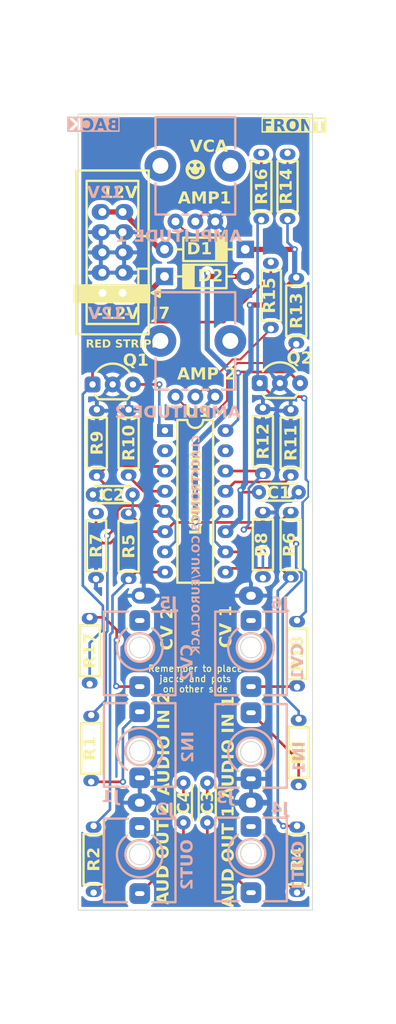
<source format=kicad_pcb>
(kicad_pcb (version 20240108) (generator "pcbnew") (generator_version "8.0")
  (layers (0 "F.Cu" signal) (31 "B.Cu" signal) (34 "B.Paste" user) (35 "F.Paste" user) (36 "B.SilkS" user "B.Silkscreen") (37 "F.SilkS" user "F.Silkscreen") (38 "B.Mask" user) (39 "F.Mask" user) (44 "Edge.Cuts" user))
  (net 0 "")
  (net 1 "Net-(D1-A)")
  (net 2 "GND")
  (net 3 "Net-(D2-K)")
  (net 4 "+12V")
  (net 5 "-12V")
  (net 8 "Net-(J5-PadT)")
  (net 10 "Net-(C3-Pad1)")
  (net 11 "Net-(R2-Pad2)")
  (net 12 "Net-(J3-PadT)")
  (net 13 "Net-(C3-Pad2)")
  (net 14 "Net-(R8-Pad2)")
  (net 15 "Net-(U1A-+)")
  (net 16 "Net-(U1C--)")
  (net 17 "Net-(R13-Pad1)")
  (net 18 "Net-(R14-Pad1)")
  (net 19 "Net-(U1C-+)")
  (net 20 "Net-(R7-Pad2)")
  (net 21 "Net-(Q1-E)")
  (net 22 "Net-(R15-Pad2)")
  (net 23 "Net-(U1A--)")
  (net 27 "Net-(J6-PadT)")
  (net 28 "Net-(Q1-C)")
  (net 29 "Net-(R4-Pad2)")
  (net 30 "Net-(Q2-E)")
  (net 31 "Net-(R16-Pad2)")
  (net 32 "Net-(Q2-C)")
  (net 33 "Net-(C4-Pad1)")
  (net 34 "Net-(C4-Pad2)")
  (net 35 "Net-(J1-PadT)")
  (footprint "BYOM_General:R_Axial_DIN0204_L3.6mm_D1.6mm_P7.62mm_Horizontal" (layer "F.Cu") (at 153 139 -90)
    (property "Reference" "R3" (at 4.191 0.1 -90) (layer "F.SilkS") (effects (font (size 1.5 1.5) (thickness 0.2) (bold yes))))
    (property "Value" "100k")
    (pad "1" thru_hole oval (at 0 0 270) (size 1.4 2) (drill 0.8 (offset 0.15 0)) (layers "*.Cu" "*.Mask") (net 15 "Net-(U1A-+)"))
    (pad "2" thru_hole oval (at 8.382 0 90) (size 1.4 2) (drill 0.8 (offset 0.15 0)) (layers "*.Cu" "*.Mask") (net 12 "Net-(J3-PadT)"))
  )
  (footprint "BYOM_General:R_Axial_DIN0204_L3.6mm_D1.6mm_P7.62mm_Horizontal" (layer "F.Cu") (at 148.5 112.9 -90)
    (property "Reference" "R8" (at 4.191 0.1 -90) (layer "F.SilkS") (effects (font (size 1.5 1.5) (thickness 0.2) (bold yes))))
    (property "Value" "22k")
    (pad "1" thru_hole oval (at 0 0 270) (size 1.4 2) (drill 0.8 (offset 0.15 0)) (layers "*.Cu" "*.Mask") (net 2 "GND"))
    (pad "2" thru_hole oval (at 8.382 0 90) (size 1.4 2) (drill 0.8 (offset 0.15 0)) (layers "*.Cu" "*.Mask") (net 14 "Net-(R8-Pad2)"))
  )
  (footprint "BYOM_General:R_Axial_DIN0204_L3.6mm_D1.6mm_P7.62mm_Horizontal" (layer "F.Cu") (at 131.6 108.5 90)
    (property "Reference" "R10" (at 4.191 0.1 90) (layer "F.SilkS") (effects (font (size 1.5 1.5) (thickness 0.2) (bold yes))))
    (property "Value" "1k")
    (pad "1" thru_hole oval (at 0 0 90) (size 1.4 2) (drill 0.8 (offset 0.15 0)) (layers "*.Cu" "*.Mask") (net 16 "Net-(U1C--)"))
    (pad "2" thru_hole oval (at 8.382 0 270) (size 1.4 2) (drill 0.8 (offset 0.15 0)) (layers "*.Cu" "*.Mask") (net 2 "GND"))
  )
  (footprint "BYOM_General:R_Axial_DIN0204_L3.6mm_D1.6mm_P7.62mm_Horizontal" (layer "F.Cu") (at 152 112.9 -90)
    (property "Reference" "R6" (at 4.191 0.1 -90) (layer "F.SilkS") (effects (font (size 1.5 1.5) (thickness 0.2) (bold yes))))
    (property "Value" "22k")
    (pad "1" thru_hole oval (at 0 0 270) (size 1.4 2) (drill 0.8 (offset 0.15 0)) (layers "*.Cu" "*.Mask") (net 5 "-12V"))
    (pad "2" thru_hole oval (at 8.382 0 90) (size 1.4 2) (drill 0.8 (offset 0.15 0)) (layers "*.Cu" "*.Mask") (net 29 "Net-(R4-Pad2)"))
  )
  (footprint "BYOM_General:TO-92_Inline_Wide" (layer "F.Cu") (at 127.06 96.964175)
    (property "Reference" "Q1" (at 5.44 -2.964175 0) (layer "F.SilkS") (effects (font (size 1.5 1.5) (thickness 0.3) (bold yes))))
    (property "Value" "2N3906")
    (pad "1" thru_hole roundrect (at 0 0) (size 2 2) (drill 0.8) (layers "*.Cu" "*.Mask") (net 21 "Net-(Q1-E)"))
    (pad "2" thru_hole circle (at 2.54 0) (size 2 2) (drill 0.8) (layers "*.Cu" "*.Mask") (net 2 "GND"))
    (pad "3" thru_hole circle (at 5.08 0) (size 2 2) (drill 0.8) (layers "*.Cu" "*.Mask") (net 28 "Net-(Q1-C)"))
  )
  (footprint "BYOM_General:R_Axial_DIN0204_L3.6mm_D1.6mm_P7.62mm_Horizontal" (layer "F.Cu") (at 148.5 108.3 90)
    (property "Reference" "R12" (at 4.191 0.1 90) (layer "F.SilkS") (effects (font (size 1.5 1.5) (thickness 0.2) (bold yes))))
    (property "Value" "1k")
    (pad "1" thru_hole oval (at 0 0 90) (size 1.4 2) (drill 0.8 (offset 0.15 0)) (layers "*.Cu" "*.Mask") (net 15 "Net-(U1A-+)"))
    (pad "2" thru_hole oval (at 8.382 0 270) (size 1.4 2) (drill 0.8 (offset 0.15 0)) (layers "*.Cu" "*.Mask") (net 2 "GND"))
  )
  (footprint "BYOM_General:C_TH_Disc_P5.00mm" (layer "F.Cu") (at 141.5 147 -90)
    (property "Reference" "C3" (at 2.5 -0.1 90) (layer "F.SilkS") (effects (font (size 1.5 1.5) (thickness 0.2) (bold yes))))
    (property "Value" "100n")
    (pad "1" thru_hole circle (at 0 0 270) (size 1.8 1.8) (drill 0.8) (layers "*.Cu" "*.Mask") (net 10 "Net-(C3-Pad1)"))
    (pad "2" thru_hole circle (at 5 0 270) (size 1.8 1.8) (drill 0.8) (layers "*.Cu" "*.Mask") (net 13 "Net-(C3-Pad2)"))
  )
  (footprint "BYOM_General:R_Axial_DIN0204_L3.6mm_D1.6mm_P7.62mm_Horizontal" (layer "F.Cu") (at 126.7 134.6 90)
    (property "Reference" "R17" (at 4.191 0.1 90) (layer "F.SilkS") (effects (font (size 1.5 1.5) (thickness 0.2) (bold yes))))
    (property "Value" "10k")
    (pad "1" thru_hole oval (at 0 0 90) (size 1.4 2) (drill 0.8 (offset 0.15 0)) (layers "*.Cu" "*.Mask") (net 21 "Net-(Q1-E)"))
    (pad "2" thru_hole oval (at 8.382 0 270) (size 1.4 2) (drill 0.8 (offset 0.15 0)) (layers "*.Cu" "*.Mask") (net 8 "Net-(J5-PadT)"))
  )
  (footprint "BYOM_General:R_Axial_DIN0204_L3.6mm_D1.6mm_P7.62mm_Horizontal" (layer "F.Cu") (at 148.3 76.3 90)
    (property "Reference" "R16" (at 4.191 0.1 90) (layer "F.SilkS") (effects (font (size 1.5 1.5) (thickness 0.2) (bold yes))))
    (property "Value" "100k")
    (pad "1" thru_hole oval (at 0 0 90) (size 1.4 2) (drill 0.8 (offset 0.15 0)) (layers "*.Cu" "*.Mask") (net 30 "Net-(Q2-E)"))
    (pad "2" thru_hole oval (at 8.382 0 270) (size 1.4 2) (drill 0.8 (offset 0.15 0)) (layers "*.Cu" "*.Mask") (net 31 "Net-(R16-Pad2)"))
  )
  (footprint "BYOM_General:R_Axial_DIN0204_L3.6mm_D1.6mm_P7.62mm_Horizontal" (layer "F.Cu") (at 149.5 81.6 -90)
    (property "Reference" "R15" (at 4.191 0.1 -90) (layer "F.SilkS") (effects (font (size 1.5 1.5) (thickness 0.2) (bold yes))))
    (property "Value" "10k")
    (pad "1" thru_hole oval (at 0 0 270) (size 1.4 2) (drill 0.8 (offset 0.15 0)) (layers "*.Cu" "*.Mask") (net 21 "Net-(Q1-E)"))
    (pad "2" thru_hole oval (at 8.382 0 90) (size 1.4 2) (drill 0.8 (offset 0.15 0)) (layers "*.Cu" "*.Mask") (net 22 "Net-(R15-Pad2)"))
  )
  (footprint "BYOM_General:TO-92_Inline_Wide" (layer "F.Cu") (at 148.1 96.8)
    (property "Reference" "Q2" (at 5 -3.064175 0) (layer "F.SilkS") (effects (font (size 1.5 1.5) (thickness 0.3) (bold yes))))
    (property "Value" "2N3906")
    (pad "1" thru_hole roundrect (at 0 0) (size 2 2) (drill 0.8) (layers "*.Cu" "*.Mask") (net 30 "Net-(Q2-E)"))
    (pad "2" thru_hole circle (at 2.54 0) (size 2 2) (drill 0.8) (layers "*.Cu" "*.Mask") (net 2 "GND"))
    (pad "3" thru_hole circle (at 5.08 0) (size 2 2) (drill 0.8) (layers "*.Cu" "*.Mask") (net 32 "Net-(Q2-C)"))
  )
  (footprint "BYOM_General:R_Axial_DIN0204_L3.6mm_D1.6mm_P7.62mm_Horizontal" (layer "F.Cu") (at 152.7 91.9 90)
    (property "Reference" "R13" (at 4.191 0.1 90) (layer "F.SilkS") (effects (font (size 1.5 1.5) (thickness 0.2) (bold yes))))
    (property "Value" "10k")
    (pad "1" thru_hole oval (at 0 0 90) (size 1.4 2) (drill 0.8 (offset 0.15 0)) (layers "*.Cu" "*.Mask") (net 17 "Net-(R13-Pad1)"))
    (pad "2" thru_hole oval (at 8.382 0 270) (size 1.4 2) (drill 0.8 (offset 0.15 0)) (layers "*.Cu" "*.Mask") (net 4 "+12V"))
  )
  (footprint "BYOM_General:R_Axial_DIN0204_L3.6mm_D1.6mm_P7.62mm_Horizontal" (layer "F.Cu") (at 127.6 108.5 90)
    (property "Reference" "R9" (at 4.191 0.1 90) (layer "F.SilkS") (effects (font (size 1.5 1.5) (thickness 0.2) (bold yes))))
    (property "Value" "1k")
    (pad "1" thru_hole oval (at 0 0 90) (size 1.4 2) (drill 0.8 (offset 0.15 0)) (layers "*.Cu" "*.Mask") (net 19 "Net-(U1C-+)"))
    (pad "2" thru_hole oval (at 8.382 0 270) (size 1.4 2) (drill 0.8 (offset 0.15 0)) (layers "*.Cu" "*.Mask") (net 2 "GND"))
  )
  (footprint "BYOM_General:C_TH_Disc_P5.00mm" (layer "F.Cu") (at 127.1 110.8)
    (property "Reference" "C2" (at 2.5 0.15 0) (layer "F.SilkS") (effects (font (size 1.5 1.5) (thickness 0.2) (bold yes))))
    (property "Value" "100n")
    (pad "1" thru_hole circle (at 0 0) (size 1.8 1.8) (drill 0.8) (layers "*.Cu" "*.Mask") (net 2 "GND"))
    (pad "2" thru_hole circle (at 5 0) (size 1.8 1.8) (drill 0.8) (layers "*.Cu" "*.Mask") (net 5 "-12V"))
  )
  (footprint "BYOM_General:DIP-16_W7.62mm_LongPads" (layer "F.Cu") (at 136.175 102.76)
    (property "Reference" "U1" (at 4.1 -2.33 0) (layer "F.SilkS") (effects (font (size 1.5 1.5) (thickness 0.2) (bold yes))))
    (property "Value" "LM13700")
    (pad "1" thru_hole rect (at 0 0) (size 2 1.6) (drill 0.8) (layers "*.Cu" "*.Mask") (net 28 "Net-(Q1-C)"))
    (pad "2" thru_hole oval (at 0 2.54) (size 2 1.6) (drill 0.8) (layers "*.Cu" "*.Mask"))
    (pad "3" thru_hole oval (at 0 5.08) (size 2 1.6) (drill 0.8) (layers "*.Cu" "*.Mask") (net 19 "Net-(U1C-+)"))
    (pad "4" thru_hole oval (at 0 7.62) (size 2 1.6) (drill 0.8) (layers "*.Cu" "*.Mask") (net 16 "Net-(U1C--)"))
    (pad "5" thru_hole oval (at 0 10.16) (size 2 1.6) (drill 0.8) (layers "*.Cu" "*.Mask") (net 20 "Net-(R7-Pad2)"))
    (pad "6" thru_hole oval (at 0 12.7) (size 2 1.6) (drill 0.8) (layers "*.Cu" "*.Mask") (net 5 "-12V"))
    (pad "7" thru_hole oval (at 0 15.24) (size 2 1.6) (drill 0.8) (layers "*.Cu" "*.Mask") (net 20 "Net-(R7-Pad2)"))
    (pad "8" thru_hole oval (at 0 17.78) (size 2 1.6) (drill 0.8) (layers "*.Cu" "*.Mask") (net 11 "Net-(R2-Pad2)"))
    (pad "9" thru_hole oval (at 7.62 17.78) (size 2 1.6) (drill 0.8) (layers "*.Cu" "*.Mask") (net 29 "Net-(R4-Pad2)"))
    (pad "10" thru_hole oval (at 7.62 15.24) (size 2 1.6) (drill 0.8) (layers "*.Cu" "*.Mask") (net 14 "Net-(R8-Pad2)"))
    (pad "11" thru_hole oval (at 7.62 12.7) (size 2 1.6) (drill 0.8) (layers "*.Cu" "*.Mask") (net 4 "+12V"))
    (pad "12" thru_hole oval (at 7.62 10.16) (size 2 1.6) (drill 0.8) (layers "*.Cu" "*.Mask") (net 14 "Net-(R8-Pad2)"))
    (pad "13" thru_hole oval (at 7.62 7.62) (size 2 1.6) (drill 0.8) (layers "*.Cu" "*.Mask") (net 23 "Net-(U1A--)"))
    (pad "14" thru_hole oval (at 7.62 5.08) (size 2 1.6) (drill 0.8) (layers "*.Cu" "*.Mask") (net 15 "Net-(U1A-+)"))
    (pad "15" thru_hole oval (at 7.62 2.54) (size 2 1.6) (drill 0.8) (layers "*.Cu" "*.Mask"))
    (pad "16" thru_hole oval (at 7.62 0) (size 2 1.6) (drill 0.8) (layers "*.Cu" "*.Mask") (net 32 "Net-(Q2-C)"))
  )
  (footprint "BYOM_General:R_Axial_DIN0204_L3.6mm_D1.6mm_P7.62mm_Horizontal" (layer "F.Cu") (at 127.2 160.8 90)
    (property "Reference" "R2" (at 4.191 0.1 90) (layer "F.SilkS") (effects (font (size 1.5 1.5) (thickness 0.2) (bold yes))))
    (property "Value" "1k")
    (pad "1" thru_hole oval (at 0 0 90) (size 1.4 2) (drill 0.8 (offset 0.15 0)) (layers "*.Cu" "*.Mask") (net 33 "Net-(C4-Pad1)"))
    (pad "2" thru_hole oval (at 8.382 0 270) (size 1.4 2) (drill 0.8 (offset 0.15 0)) (layers "*.Cu" "*.Mask") (net 11 "Net-(R2-Pad2)"))
  )
  (footprint "BYOM_General:R_Axial_DIN0204_L3.6mm_D1.6mm_P7.62mm_Horizontal" (layer "F.Cu") (at 127.5 121.4 90)
    (property "Reference" "R7" (at 4.191 0.1 90) (layer "F.SilkS") (effects (font (size 1.5 1.5) (thickness 0.2) (bold yes))))
    (property "Value" "22k")
    (pad "1" thru_hole oval (at 0 0 90) (size 1.4 2) (drill 0.8 (offset 0.15 0)) (layers "*.Cu" "*.Mask") (net 2 "GND"))
    (pad "2" thru_hole oval (at 8.382 0 270) (size 1.4 2) (drill 0.8 (offset 0.15 0)) (layers "*.Cu" "*.Mask") (net 20 "Net-(R7-Pad2)"))
  )
  (footprint "BYOM_General:C_TH_Disc_P5.00mm" (layer "F.Cu") (at 148 110.5)
    (property "Reference" "C1" (at 2.5 0.15 0) (layer "F.SilkS") (effects (font (size 1.5 1.5) (thickness 0.2) (bold yes))))
    (property "Value" "100n")
    (pad "1" thru_hole circle (at 0 0) (size 1.8 1.8) (drill 0.8) (layers "*.Cu" "*.Mask") (net 4 "+12V"))
    (pad "2" thru_hole circle (at 5 0) (size 1.8 1.8) (drill 0.8) (layers "*.Cu" "*.Mask") (net 2 "GND"))
  )
  (footprint "Clacktronics:face" (layer "F.Cu") (at 140 70)
    (property "Reference" "G***" (hide yes))
    (property "Value" "LOGO" (hide yes))
  )
  (footprint "BYOM_General:IDC-Header_2x05_P2.54mm_Vertical" (layer "F.Cu") (at 130.84 85.46 180)
    (property "Reference" "J7" (at -4.86 -2.64 180) (layer "F.SilkS") (effects (font (size 1.5 1.5) (thickness 0.2) (bold yes))))
    (property "Value" "Eurorack socket")
    (pad "1" thru_hole roundrect (at 0 0 180) (size 2.3 2) (drill 1 (offset -0.2 0)) (layers "*.Cu" "*.Mask") (roundrect_rratio 0.125) (net 3 "Net-(D2-K)"))
    (pad "2" thru_hole oval (at 2.54 0 180) (size 2.3 2) (drill 1 (offset 0.2 0)) (layers "*.Cu" "*.Mask") (net 3 "Net-(D2-K)"))
    (pad "3" thru_hole oval (at 0 2.54 180) (size 2.3 2) (drill 1 (offset -0.2 0)) (layers "*.Cu" "*.Mask") (net 2 "GND"))
    (pad "4" thru_hole oval (at 2.54 2.54 180) (size 2.3 2) (drill 1 (offset 0.2 0)) (layers "*.Cu" "*.Mask") (net 2 "GND"))
    (pad "5" thru_hole oval (at 0 5.08 180) (size 2.3 2) (drill 1 (offset -0.2 0)) (layers "*.Cu" "*.Mask") (net 2 "GND"))
    (pad "6" thru_hole oval (at 2.54 5.08 180) (size 2.3 2) (drill 1 (offset 0.2 0)) (layers "*.Cu" "*.Mask") (net 2 "GND"))
    (pad "7" thru_hole oval (at 0 7.62 180) (size 2.3 2) (drill 1 (offset -0.2 0)) (layers "*.Cu" "*.Mask") (net 2 "GND"))
    (pad "8" thru_hole oval (at 2.54 7.62 180) (size 2.3 2) (drill 1 (offset 0.2 0)) (layers "*.Cu" "*.Mask") (net 2 "GND"))
    (pad "9" thru_hole oval (at 0 10.16 180) (size 2.3 2) (drill 1 (offset -0.2 0)) (layers "*.Cu" "*.Mask") (net 1 "Net-(D1-A)"))
    (pad "10" thru_hole oval (at 2.54 10.16 180) (size 2.3 2) (drill 1 (offset 0.2 0)) (layers "*.Cu" "*.Mask") (net 1 "Net-(D1-A)"))
  )
  (footprint "BYOM_General:R_Axial_DIN0204_L3.6mm_D1.6mm_P7.62mm_Horizontal" (layer "F.Cu") (at 152.8 160.8 90)
    (property "Reference" "R4" (at 4.191 0.1 90) (layer "F.SilkS") (effects (font (size 1.5 1.5) (thickness 0.2) (bold yes))))
    (property "Value" "1k")
    (pad "1" thru_hole oval (at 0 0 90) (size 1.4 2) (drill 0.8 (offset 0.15 0)) (layers "*.Cu" "*.Mask") (net 10 "Net-(C3-Pad1)"))
    (pad "2" thru_hole oval (at 8.382 0 270) (size 1.4 2) (drill 0.8 (offset 0.15 0)) (layers "*.Cu" "*.Mask") (net 29 "Net-(R4-Pad2)"))
  )
  (footprint "BYOM_General:R_Axial_DIN0204_L3.6mm_D1.6mm_P7.62mm_Horizontal" (layer "F.Cu") (at 151.6 67.9 -90)
    (property "Reference" "R14" (at 4.191 0.1 -90) (layer "F.SilkS") (effects (font (size 1.5 1.5) (thickness 0.2) (bold yes))))
    (property "Value" "10k")
    (pad "1" thru_hole oval (at 0 0 270) (size 1.4 2) (drill 0.8 (offset 0.15 0)) (layers "*.Cu" "*.Mask") (net 18 "Net-(R14-Pad1)"))
    (pad "2" thru_hole oval (at 8.382 0 90) (size 1.4 2) (drill 0.8 (offset 0.15 0)) (layers "*.Cu" "*.Mask") (net 4 "+12V"))
  )
  (footprint "BYOM_General:R_Axial_DIN0204_L3.6mm_D1.6mm_P7.62mm_Horizontal" (layer "F.Cu") (at 131.6 113.1 -90)
    (property "Reference" "R5" (at 4.2 -0.1 -90) (layer "F.SilkS") (effects (font (size 1.5 1.5) (thickness 0.2) (bold yes))))
    (property "Value" "22k")
    (pad "1" thru_hole oval (at 0 0 270) (size 1.4 2) (drill 0.8 (offset 0.15 0)) (layers "*.Cu" "*.Mask") (net 5 "-12V"))
    (pad "2" thru_hole oval (at 8.382 0 90) (size 1.4 2) (drill 0.8 (offset 0.15 0)) (layers "*.Cu" "*.Mask") (net 11 "Net-(R2-Pad2)"))
  )
  (footprint "BYOM_General:R_Axial_DIN0204_L3.6mm_D1.6mm_P7.62mm_Horizontal" (layer "F.Cu") (at 152 108.5 90)
    (property "Reference" "R11" (at 4.191 0.1 90) (layer "F.SilkS") (effects (font (size 1.5 1.5) (thickness 0.2) (bold yes))))
    (property "Value" "1k")
    (pad "1" thru_hole oval (at 0 0 90) (size 1.4 2) (drill 0.8 (offset 0.15 0)) (layers "*.Cu" "*.Mask") (net 23 "Net-(U1A--)"))
    (pad "2" thru_hole oval (at 8.382 0 270) (size 1.4 2) (drill 0.8 (offset 0.15 0)) (layers "*.Cu" "*.Mask") (net 2 "GND"))
  )
  (footprint "BYOM_General:R_Axial_DIN0204_L3.6mm_D1.6mm_P7.62mm_Horizontal" (layer "F.Cu") (at 152.8 126.6 -90)
    (property "Reference" "R18" (at 4.2 -0.1 -90) (layer "F.SilkS") (effects (font (size 1.5 1.5) (thickness 0.2) (bold yes))))
    (property "Value" "10k")
    (pad "1" thru_hole oval (at 0 0 270) (size 1.4 2) (drill 0.8 (offset 0.15 0)) (layers "*.Cu" "*.Mask") (net 30 "Net-(Q2-E)"))
    (pad "2" thru_hole oval (at 8.382 0 90) (size 1.4 2) (drill 0.8 (offset 0.15 0)) (layers "*.Cu" "*.Mask") (net 27 "Net-(J6-PadT)"))
  )
  (footprint "BYOM_General:D_TH_DO-41_P10.16mm" (layer "F.Cu") (at 136.12 83.4)
    (property "Reference" "D2" (at 5.775 0 0) (layer "F.SilkS") (effects (font (size 1.5 1.5) (thickness 0.2) (bold yes))))
    (property "Value" "1N5817")
    (pad "1" thru_hole rect (at 0 0) (size 2.2 2.2) (drill 1.1) (layers "*.Cu" "*.Mask") (net 3 "Net-(D2-K)"))
    (pad "2" thru_hole oval (at 10.16 0) (size 2.2 2.2) (drill 1.1) (layers "*.Cu" "*.Mask") (net 5 "-12V"))
  )
  (footprint "BYOM_General:D_TH_DO-41_P10.16mm" (layer "F.Cu") (at 146.28 80 180)
    (property "Reference" "D1" (at 5.775 0 180) (layer "F.SilkS") (effects (font (size 1.5 1.5) (thickness 0.2) (bold yes))))
    (property "Value" "1N5817")
    (pad "1" thru_hole rect (at 0 0 180) (size 2.2 2.2) (drill 1.1) (layers "*.Cu" "*.Mask") (net 4 "+12V"))
    (pad "2" thru_hole oval (at 10.16 0 180) (size 2.2 2.2) (drill 1.1) (layers "*.Cu" "*.Mask") (net 1 "Net-(D1-A)"))
  )
  (footprint "BYOM_General:R_Axial_DIN0204_L3.6mm_D1.6mm_P7.62mm_Horizontal" (layer "F.Cu") (at 126.9 138.5 -90)
    (property "Reference" "R1" (at 4.191 0.1 -90) (layer "F.SilkS") (effects (font (size 1.5 1.5) (thickness 0.2) (bold yes))))
    (property "Value" "100k")
    (pad "1" thru_hole oval (at 0 0 270) (size 1.4 2) (drill 0.8 (offset 0.15 0)) (layers "*.Cu" "*.Mask") (net 19 "Net-(U1C-+)"))
    (pad "2" thru_hole oval (at 8.382 0 90) (size 1.4 2) (drill 0.8 (offset 0.15 0)) (layers "*.Cu" "*.Mask") (net 35 "Net-(J1-PadT)"))
  )
  (footprint "BYOM_General:C_TH_Disc_P5.00mm" (layer "F.Cu") (at 138.5 147 -90)
    (property "Reference" "C4" (at 2.5 -0.1 90) (layer "F.SilkS") (effects (font (size 1.5 1.5) (thickness 0.2) (bold yes))))
    (property "Value" "100n")
    (pad "1" thru_hole circle (at 0 0 270) (size 1.8 1.8) (drill 0.8) (layers "*.Cu" "*.Mask") (net 33 "Net-(C4-Pad1)"))
    (pad "2" thru_hole circle (at 5 0 270) (size 1.8 1.8) (drill 0.8) (layers "*.Cu" "*.Mask") (net 34 "Net-(C4-Pad2)"))
  )
  (footprint "BYOM_General:Jack_3.5mm_QingPu_WQP-PJ398SM_Vertical" (layer "B.Cu") (at 133 143 180)
    (property "Reference" "J1" (at 3.7 -5.8 180) (layer "B.SilkS") (effects (font (size 1.5 1.5) (thickness 0.2) (bold yes)) (justify mirror)))
    (property "Value" "AUDIO IN 2")
    (fp_circle (center 0 0) (end 1.3 0) (stroke (width 0.12)) (fill none) (layer "Edge.Cuts"))
    (pad "S" thru_hole oval (at 0 -6.5 180) (size 3.1 2.3) (drill oval 1.2 1) (layers "*.Cu" "*.Mask") (net 2 "GND"))
    (pad "T" thru_hole roundrect (at 0 4.92 180) (size 2.6 2.6) (drill oval 1.2 0.6) (layers "*.Cu" "*.Mask") (net 35 "Net-(J1-PadT)"))
    (pad "TN" thru_hole roundrect (at 0 -3.38 180) (size 2.6 2.6) (drill oval 1.2 0.6) (layers "*.Cu" "*.Mask") (net 2 "GND"))
    (zone (net 0) (net_name "") (layers "B.Cu" "B.SilkS") (connect_pads (clearance 0)) (min_thickness 0.25)
      (keepout (tracks not_allowed) (vias not_allowed) (pads not_allowed) (copperpour not_allowed) (footprints not_allowed))
      (fill (thermal_gap 0.5) (thermal_bridge_width 0.5))
      (polygon (pts (xy 131.5 143) (xy 131.520458 142.753108) (xy 131.581274 142.512951) (xy 131.680789 142.286079) (xy 131.816289 142.078681) (xy 131.984078 141.896414) (xy 132.179578 141.74425) (xy 132.397457 141.62634) (xy 132.631772 141.5459) (xy 132.876131 141.505123) (xy 133.123869 141.505123) (xy 133.368228 141.5459) (xy 133.602543 141.62634) (xy 133.820422 141.74425) (xy 134.015922 141.896414) (xy 134.183711 142.078681) (xy 134.319211 142.286079) (xy 134.418726 142.512951) (xy 134.479542 142.753108) (xy 134.5 143) (xy 134.479542 143.246892) (xy 134.418726 143.487049) (xy 134.319211 143.713921) (xy 134.183711 143.921319) (xy 134.015922 144.103586) (xy 133.820422 144.25575) (xy 133.602543 144.37366) (xy 133.368228 144.4541) (xy 133.123869 144.494877) (xy 132.876131 144.494877) (xy 132.631772 144.4541) (xy 132.397457 144.37366) (xy 132.179578 144.25575) (xy 131.984078 144.103586) (xy 131.816289 143.921319) (xy 131.680789 143.713921) (xy 131.581274 143.487049) (xy 131.520458 143.246892)))
    )
  )
  (footprint "BYOM_General:Jack_3.5mm_QingPu_WQP-PJ398SM_Vertical" (layer "B.Cu") (at 147 155.88)
    (property "Reference" "J4" (at 3.6 -5.58 0) (layer "B.SilkS") (effects (font (size 1.5 1.5) (thickness 0.2) (bold yes)) (justify mirror)))
    (property "Value" "AUDIO_OUT_1")
    (fp_circle (center 0 0) (end 1.3 0) (stroke (width 0.12)) (fill none) (layer "Edge.Cuts"))
    (pad "S" thru_hole oval (at 0 -6.5) (size 3.1 2.3) (drill oval 1.2 1) (layers "*.Cu" "*.Mask") (net 2 "GND"))
    (pad "T" thru_hole roundrect (at 0 4.92) (size 2.6 2.6) (drill oval 1.2 0.6) (layers "*.Cu" "*.Mask") (net 13 "Net-(C3-Pad2)"))
    (pad "TN" thru_hole roundrect (at 0 -3.38) (size 2.6 2.6) (drill oval 1.2 0.6) (layers "*.Cu" "*.Mask"))
    (zone (net 0) (net_name "") (layers "B.Cu" "B.SilkS") (connect_pads (clearance 0)) (min_thickness 0.25)
      (keepout (tracks not_allowed) (vias not_allowed) (pads not_allowed) (copperpour not_allowed) (footprints not_allowed))
      (fill (thermal_gap 0.5) (thermal_bridge_width 0.5))
      (polygon (pts (xy 148.5 155.88) (xy 148.479542 156.126892) (xy 148.418726 156.367049) (xy 148.319211 156.593921) (xy 148.183711 156.801319) (xy 148.015922 156.983586) (xy 147.820422 157.13575) (xy 147.602543 157.25366) (xy 147.368228 157.3341) (xy 147.123869 157.374877) (xy 146.876131 157.374877) (xy 146.631772 157.3341) (xy 146.397457 157.25366) (xy 146.179578 157.13575) (xy 145.984078 156.983586) (xy 145.816289 156.801319) (xy 145.680789 156.593921) (xy 145.581274 156.367049) (xy 145.520458 156.126892) (xy 145.5 155.88) (xy 145.520458 155.633108) (xy 145.581274 155.392951) (xy 145.680789 155.166079) (xy 145.816289 154.958681) (xy 145.984078 154.776414) (xy 146.179578 154.62425) (xy 146.397457 154.50634) (xy 146.631772 154.4259) (xy 146.876131 154.385123) (xy 147.123869 154.385123) (xy 147.368228 154.4259) (xy 147.602543 154.50634) (xy 147.820422 154.62425) (xy 148.015922 154.776414) (xy 148.183711 154.958681) (xy 148.319211 155.166079) (xy 148.418726 155.392951) (xy 148.479542 155.633108)))
    )
  )
  (footprint "BYOM_General:Jack_3.5mm_QingPu_WQP-PJ398SM_Vertical" (layer "B.Cu") (at 133 156)
    (property "Reference" "J2" (at 3.2 -5.6 0) (layer "B.SilkS") (effects (font (size 1.5 1.5) (thickness 0.2) (bold yes)) (justify mirror)))
    (property "Value" "AUDIO_OUT_2")
    (fp_circle (center 0 0) (end 1.3 0) (stroke (width 0.12)) (fill none) (layer "Edge.Cuts"))
    (pad "S" thru_hole oval (at 0 -6.5) (size 3.1 2.3) (drill oval 1.2 1) (layers "*.Cu" "*.Mask") (net 2 "GND"))
    (pad "T" thru_hole roundrect (at 0 4.92) (size 2.6 2.6) (drill oval 1.2 0.6) (layers "*.Cu" "*.Mask") (net 34 "Net-(C4-Pad2)"))
    (pad "TN" thru_hole roundrect (at 0 -3.38) (size 2.6 2.6) (drill oval 1.2 0.6) (layers "*.Cu" "*.Mask"))
    (zone (net 0) (net_name "") (layers "B.Cu" "B.SilkS") (connect_pads (clearance 0)) (min_thickness 0.25)
      (keepout (tracks not_allowed) (vias not_allowed) (pads not_allowed) (copperpour not_allowed) (footprints not_allowed))
      (fill (thermal_gap 0.5) (thermal_bridge_width 0.5))
      (polygon (pts (xy 134.5 156) (xy 134.479542 156.246892) (xy 134.418726 156.487049) (xy 134.319211 156.713921) (xy 134.183711 156.921319) (xy 134.015922 157.103586) (xy 133.820422 157.25575) (xy 133.602543 157.37366) (xy 133.368228 157.4541) (xy 133.123869 157.494877) (xy 132.876131 157.494877) (xy 132.631772 157.4541) (xy 132.397457 157.37366) (xy 132.179578 157.25575) (xy 131.984078 157.103586) (xy 131.816289 156.921319) (xy 131.680789 156.713921) (xy 131.581274 156.487049) (xy 131.520458 156.246892) (xy 131.5 156) (xy 131.520458 155.753108) (xy 131.581274 155.512951) (xy 131.680789 155.286079) (xy 131.816289 155.078681) (xy 131.984078 154.896414) (xy 132.179578 154.74425) (xy 132.397457 154.62634) (xy 132.631772 154.5459) (xy 132.876131 154.505123) (xy 133.123869 154.505123) (xy 133.368228 154.5459) (xy 133.602543 154.62634) (xy 133.820422 154.74425) (xy 134.015922 154.896414) (xy 134.183711 155.078681) (xy 134.319211 155.286079) (xy 134.418726 155.512951) (xy 134.479542 155.753108)))
    )
  )
  (footprint "BYOM_General:POT_TH_Alps_RK09K_Single_Vertical" (layer "B.Cu") (at 140 69 180)
    (property "Reference" "RV2" (hide yes))
    (property "Value" "100k")
    (pad "" thru_hole circle (at -4.4 -0.5 90) (size 4 4) (drill 2) (layers "*.Cu" "*.Mask"))
    (pad "" thru_hole circle (at 4.4 -0.5 90) (size 4 4) (drill 2) (layers "*.Cu" "*.Mask"))
    (pad "1" thru_hole circle (at 2.5 -7.5 90) (size 2 2) (drill 1) (layers "*.Cu" "*.Mask") (net 18 "Net-(R14-Pad1)"))
    (pad "2" thru_hole circle (at 0 -7.5 180) (size 2 2) (drill 1) (layers "*.Cu" "*.Mask") (net 31 "Net-(R16-Pad2)"))
    (pad "3" thru_hole circle (at -2.5 -7.5 90) (size 2 2) (drill 1) (layers "*.Cu" "*.Mask") (net 2 "GND"))
  )
  (footprint "BYOM_General:Jack_3.5mm_QingPu_WQP-PJ398SM_Vertical" (layer "B.Cu") (at 147 143.12 180)
    (property "Reference" "J3" (at 3.3 -5.78 180) (layer "B.SilkS") (effects (font (size 1.5 1.5) (thickness 0.2) (bold yes)) (justify mirror)))
    (property "Value" "AUDIO IN 1")
    (fp_circle (center 0 0) (end 1.3 0) (stroke (width 0.12)) (fill none) (layer "Edge.Cuts"))
    (pad "S" thru_hole oval (at 0 -6.5 180) (size 3.1 2.3) (drill oval 1.2 1) (layers "*.Cu" "*.Mask") (net 2 "GND"))
    (pad "T" thru_hole roundrect (at 0 4.92 180) (size 2.6 2.6) (drill oval 1.2 0.6) (layers "*.Cu" "*.Mask") (net 12 "Net-(J3-PadT)"))
    (pad "TN" thru_hole roundrect (at 0 -3.38 180) (size 2.6 2.6) (drill oval 1.2 0.6) (layers "*.Cu" "*.Mask") (net 2 "GND"))
    (zone (net 0) (net_name "") (layers "B.Cu" "B.SilkS") (connect_pads (clearance 0)) (min_thickness 0.25)
      (keepout (tracks not_allowed) (vias not_allowed) (pads not_allowed) (copperpour not_allowed) (footprints not_allowed))
      (fill (thermal_gap 0.5) (thermal_bridge_width 0.5))
      (polygon (pts (xy 145.5 143.12) (xy 145.520458 142.873108) (xy 145.581274 142.632951) (xy 145.680789 142.406079) (xy 145.816289 142.198681) (xy 145.984078 142.016414) (xy 146.179578 141.86425) (xy 146.397457 141.74634) (xy 146.631772 141.6659) (xy 146.876131 141.625123) (xy 147.123869 141.625123) (xy 147.368228 141.6659) (xy 147.602543 141.74634) (xy 147.820422 141.86425) (xy 148.015922 142.016414) (xy 148.183711 142.198681) (xy 148.319211 142.406079) (xy 148.418726 142.632951) (xy 148.479542 142.873108) (xy 148.5 143.12) (xy 148.479542 143.366892) (xy 148.418726 143.607049) (xy 148.319211 143.833921) (xy 148.183711 144.041319) (xy 148.015922 144.223586) (xy 147.820422 144.37575) (xy 147.602543 144.49366) (xy 147.368228 144.5741) (xy 147.123869 144.614877) (xy 146.876131 144.614877) (xy 146.631772 144.5741) (xy 146.397457 144.49366) (xy 146.179578 144.37575) (xy 145.984078 144.223586) (xy 145.816289 144.041319) (xy 145.680789 143.833921) (xy 145.581274 143.607049) (xy 145.520458 143.366892)))
    )
  )
  (footprint "BYOM_General:POT_TH_Alps_RK09K_Single_Vertical" (layer "B.Cu") (at 140 91 180)
    (property "Reference" "RV1" (hide yes))
    (property "Value" "100k")
    (pad "" thru_hole circle (at -4.4 -0.5 90) (size 4 4) (drill 2) (layers "*.Cu" "*.Mask"))
    (pad "" thru_hole circle (at 4.4 -0.5 90) (size 4 4) (drill 2) (layers "*.Cu" "*.Mask"))
    (pad "1" thru_hole circle (at 2.5 -7.5 90) (size 2 2) (drill 1) (layers "*.Cu" "*.Mask") (net 17 "Net-(R13-Pad1)"))
    (pad "2" thru_hole circle (at 0 -7.5 180) (size 2 2) (drill 1) (layers "*.Cu" "*.Mask") (net 22 "Net-(R15-Pad2)"))
    (pad "3" thru_hole circle (at -2.5 -7.5 90) (size 2 2) (drill 1) (layers "*.Cu" "*.Mask") (net 2 "GND"))
  )
  (footprint "BYOM_General:Jack_3.5mm_QingPu_WQP-PJ398SM_Vertical" (layer "B.Cu") (at 147 130)
    (property "Reference" "J6" (at 3.6 -5.5 0) (layer "B.SilkS") (effects (font (size 1.5 1.5) (thickness 0.2) (bold yes)) (justify mirror)))
    (property "Value" "CV 1")
    (fp_circle (center 0 0) (end 1.3 0) (stroke (width 0.12)) (fill none) (layer "Edge.Cuts"))
    (pad "S" thru_hole oval (at 0 -6.5) (size 3.1 2.3) (drill oval 1.2 1) (layers "*.Cu" "*.Mask") (net 2 "GND"))
    (pad "T" thru_hole roundrect (at 0 4.92) (size 2.6 2.6) (drill oval 1.2 0.6) (layers "*.Cu" "*.Mask") (net 27 "Net-(J6-PadT)"))
    (pad "TN" thru_hole roundrect (at 0 -3.38) (size 2.6 2.6) (drill oval 1.2 0.6) (layers "*.Cu" "*.Mask"))
    (zone (net 0) (net_name "") (layers "B.Cu" "B.SilkS") (connect_pads (clearance 0)) (min_thickness 0.25)
      (keepout (tracks not_allowed) (vias not_allowed) (pads not_allowed) (copperpour not_allowed) (footprints not_allowed))
      (fill (thermal_gap 0.5) (thermal_bridge_width 0.5))
      (polygon (pts (xy 148.5 130) (xy 148.479542 130.246892) (xy 148.418726 130.487049) (xy 148.319211 130.713921) (xy 148.183711 130.921319) (xy 148.015922 131.103586) (xy 147.820422 131.25575) (xy 147.602543 131.37366) (xy 147.368228 131.4541) (xy 147.123869 131.494877) (xy 146.876131 131.494877) (xy 146.631772 131.4541) (xy 146.397457 131.37366) (xy 146.179578 131.25575) (xy 145.984078 131.103586) (xy 145.816289 130.921319) (xy 145.680789 130.713921) (xy 145.581274 130.487049) (xy 145.520458 130.246892) (xy 145.5 130) (xy 145.520458 129.753108) (xy 145.581274 129.512951) (xy 145.680789 129.286079) (xy 145.816289 129.078681) (xy 145.984078 128.896414) (xy 146.179578 128.74425) (xy 146.397457 128.62634) (xy 146.631772 128.5459) (xy 146.876131 128.505123) (xy 147.123869 128.505123) (xy 147.368228 128.5459) (xy 147.602543 128.62634) (xy 147.820422 128.74425) (xy 148.015922 128.896414) (xy 148.183711 129.078681) (xy 148.319211 129.286079) (xy 148.418726 129.512951) (xy 148.479542 129.753108)))
    )
  )
  (footprint "BYOM_General:Jack_3.5mm_QingPu_WQP-PJ398SM_Vertical" (layer "B.Cu") (at 133 130)
    (property "Reference" "J5" (at 3.6 -5.5 0) (layer "B.SilkS") (effects (font (size 1.5 1.5) (thickness 0.2) (bold yes)) (justify mirror)))
    (property "Value" "CV 2")
    (fp_circle (center 0 0) (end 1.3 0) (stroke (width 0.12)) (fill none) (layer "Edge.Cuts"))
    (pad "S" thru_hole oval (at 0 -6.5) (size 3.1 2) (drill oval 1.2 1 (offset 0.5 0)) (layers "*.Cu" "*.Mask") (net 2 "GND"))
    (pad "T" thru_hole roundrect (at 0 4.92) (size 2.6 2.6) (drill oval 1.2 0.6) (layers "*.Cu" "*.Mask") (net 8 "Net-(J5-PadT)"))
    (pad "TN" thru_hole roundrect (at 0 -3.38) (size 2.6 2.6) (drill oval 1.2 0.6) (layers "*.Cu" "*.Mask"))
    (zone (net 0) (net_name "") (layers "B.Cu" "B.SilkS") (connect_pads (clearance 0)) (min_thickness 0.25)
      (keepout (tracks not_allowed) (vias not_allowed) (pads not_allowed) (copperpour not_allowed) (footprints not_allowed))
      (fill (thermal_gap 0.5) (thermal_bridge_width 0.5))
      (polygon (pts (xy 134.5 130) (xy 134.479542 130.246892) (xy 134.418726 130.487049) (xy 134.319211 130.713921) (xy 134.183711 130.921319) (xy 134.015922 131.103586) (xy 133.820422 131.25575) (xy 133.602543 131.37366) (xy 133.368228 131.4541) (xy 133.123869 131.494877) (xy 132.876131 131.494877) (xy 132.631772 131.4541) (xy 132.397457 131.37366) (xy 132.179578 131.25575) (xy 131.984078 131.103586) (xy 131.816289 130.921319) (xy 131.680789 130.713921) (xy 131.581274 130.487049) (xy 131.520458 130.246892) (xy 131.5 130) (xy 131.520458 129.753108) (xy 131.581274 129.512951) (xy 131.680789 129.286079) (xy 131.816289 129.078681) (xy 131.984078 128.896414) (xy 132.179578 128.74425) (xy 132.397457 128.62634) (xy 132.631772 128.5459) (xy 132.876131 128.505123) (xy 133.123869 128.505123) (xy 133.368228 128.5459) (xy 133.602543 128.62634) (xy 133.820422 128.74425) (xy 134.015922 128.896414) (xy 134.183711 129.078681) (xy 134.319211 129.286079) (xy 134.418726 129.512951) (xy 134.479542 129.753108)))
    )
  )
  (gr_rect (start 124.75 84.45) (end 134.25 86.7) (stroke (width 0.15)) (fill solid) (layer "F.SilkS"))
  (gr_line (start 154.75 163) (end 154.75 63) (stroke (width 0.1)) (layer "Edge.Cuts"))
  (gr_line (start 125.25 63) (end 125.25 163) (stroke (width 0.1)) (layer "Edge.Cuts"))
  (gr_line (start 125.25 163) (end 154.75 163) (stroke (width 0.1)) (layer "Edge.Cuts"))
  (gr_line (start 154.75 63) (end 125.25 63) (stroke (width 0.1)) (layer "Edge.Cuts"))
  (gr_text "AMPLITUDE 2" (at 145.7 101.4 0) (layer "B.SilkS") (effects (font (size 1.5 1.5) (thickness 0.15) (bold yes)) (justify left bottom mirror)))
  (gr_text "OUT1" (at 153.9 154.3 90) (layer "B.SilkS") (effects (font (size 1.5 1.5) (thickness 0.15) (bold yes)) (justify left bottom mirror)))
  (gr_text "-12V\n" (at 131.9 89 0) (layer "B.SilkS") (effects (font (size 1.5 1.5)) (justify left bottom mirror)))
  (gr_text "IN2" (at 140 140.5 90) (layer "B.SilkS") (effects (font (size 1.5 1.5) (thickness 0.15) (bold yes)) (justify left bottom mirror)))
  (gr_text "AMPLITUDE 1" (at 145.9 79.3 0) (layer "B.SilkS") (effects (font (size 1.5 1.5) (thickness 0.15) (bold yes)) (justify left bottom mirror)))
  (gr_text "OUT2" (at 139.9 154.1 90) (layer "B.SilkS") (effects (font (size 1.5 1.5) (thickness 0.15) (bold yes)) (justify left bottom mirror)))
  (gr_text "CV1" (at 153.8 129.5 90) (layer "B.SilkS") (effects (font (size 1.5 1.5) (thickness 0.15) (bold yes)) (justify left bottom mirror)))
  (gr_text "BACK" (at 130.5 65.3 0) (layer "B.SilkS" knockout) (effects (font (size 1.5 1.5) (thickness 0.2) (bold yes)) (justify left bottom mirror)))
  (gr_text "IN1" (at 154 141.8 90) (layer "B.SilkS") (effects (font (size 1.5 1.5) (thickness 0.15) (bold yes)) (justify left bottom mirror)))
  (gr_text "CV2" (at 139.9 129.6 90) (layer "B.SilkS") (effects (font (size 1.5 1.5) (thickness 0.15) (bold yes)) (justify left bottom mirror)))
  (gr_text "12V" (at 130.9 73.8 0) (layer "B.SilkS") (effects (font (size 1.5 1.5)) (justify left bottom mirror)))
  (gr_text "CLACKTRONICS.CO.UK/EUROCLACK" (at 140.7 103.3 90) (layer "B.SilkS") (effects (font (size 1 1)) (justify left bottom mirror)))
  (gr_text "12V" (at 128.2 73.8 0) (layer "F.SilkS") (effects (font (size 1.5 1.5)) (justify left bottom)))
  (gr_text "AUDIO IN 1" (at 144.2 142.6 90) (layer "F.SilkS") (effects (font (size 1.5 1.5) (thickness 0.15) (bold yes))))
  (gr_text "FRONT" (at 148.3 65.4 0) (layer "F.SilkS" knockout) (effects (font (size 1.5 1.5) (thickness 0.2) (bold yes)) (justify left bottom)))
  (gr_text "-12V\n" (at 127.5 89 0) (layer "F.SilkS") (effects (font (size 1.5 1.5)) (justify left bottom)))
  (gr_text "AUDIO IN 2" (at 136.1 142.1 90) (layer "F.SilkS") (effects (font (size 1.5 1.5) (thickness 0.15) (bold yes))))
  (gr_text "RED STRIPE" (at 126.2 92.5 0) (layer "F.SilkS") (effects (font (size 1 1)) (justify left bottom)))
  (gr_text "Remember to place\njacks and pots\non other side" (at 140 135.7 0) (layer "F.SilkS") (effects (font (size 0.8 0.8)) (justify bottom)))
  (gr_text "AMP1" (at 137.8 74.5 0) (layer "F.SilkS") (effects (font (size 1.5 1.5) (thickness 0.15) (bold yes)) (justify left bottom)))
  (gr_text "AUD OUT 2" (at 136 155.9 90) (layer "F.SilkS") (effects (font (size 1.5 1.5) (thickness 0.15) (bold yes))))
  (gr_text "AMP 2" (at 137.7 96.6 0) (layer "F.SilkS") (effects (font (size 1.5 1.5) (thickness 0.15) (bold yes)) (justify left bottom)))
  (gr_text "CV 1\n" (at 143.9 127.4 90) (layer "F.SilkS") (effects (font (size 1.5 1.5) (thickness 0.15) (bold yes))))
  (gr_text "LM13700" (at 141 115.9 90) (layer "F.SilkS") (effects (font (size 1.5 1.5) (thickness 0.15) (bold yes)) (justify left bottom)))
  (gr_text "AUD OUT 1" (at 144.2 156.3 90) (layer "F.SilkS") (effects (font (size 1.5 1.5) (thickness 0.15) (bold yes))))
  (gr_text "VCA" (at 139.3 68 0) (layer "F.SilkS") (effects (font (size 1.5 1.5) (thickness 0.3) (bold yes)) (justify left bottom)))
  (gr_text "CV 2" (at 136.5 127.7 90) (layer "F.SilkS") (effects (font (size 1.5 1.5) (thickness 0.15) (bold yes))))
  (segment (start 130.84 75.3) (end 135.54 80) (width 0.66) (layer "F.Cu") (net 1))
  (segment (start 128.3 75.3) (end 130.84 75.3) (width 0.66) (layer "F.Cu") (net 1))
  (segment (start 130.84 85.46) (end 134.06 85.46) (width 0.66) (layer "F.Cu") (net 3))
  (segment (start 128.3 85.46) (end 130.84 85.46) (width 0.66) (layer "F.Cu") (net 3))
  (segment (start 134.06 85.46) (end 136.12 83.4) (width 0.66) (layer "F.Cu") (net 3))
  (segment (start 152.7 83.518) (end 149.22887 86.98913) (width 0.66) (layer "F.Cu") (net 4))
  (segment (start 145.935 110.5) (end 145.685 110.25) (width 0.33) (layer "F.Cu") (net 4))
  (segment (start 149.22887 86.98913) (end 146.863455 86.98913) (width 0.66) (layer "F.Cu") (net 4))
  (segment (start 146.28 80) (end 152.5 80) (width 0.66) (layer "F.Cu") (net 4))
  (segment (start 148 110.5) (end 145.935 110.5) (width 0.33) (layer "F.Cu") (net 4))
  (via (at 152.5 80) (size 0.8) (drill 0.4) (layers "F.Cu" "B.Cu") (net 4))
  (via (at 146.863455 86.98913) (size 0.8) (drill 0.4) (layers "F.Cu" "B.Cu") (net 4))
  (via (at 145.685 110.25) (size 0.8) (drill 0.4) (layers "F.Cu" "B.Cu") (net 4))
  (segment (start 152.5 80) (end 152.5 83.318) (width 0.66) (layer "B.Cu") (net 4))
  (segment (start 151.6 76.282) (end 151.6 79.1) (width 0.33) (layer "B.Cu") (net 4))
  (segment (start 146.863455 86.98913) (end 147 87.125675) (width 0.66) (layer "B.Cu") (net 4))
  (segment (start 146.04 109.895) (end 145.685 110.25) (width 0.66) (layer "B.Cu") (net 4))
  (segment (start 147 87.125675) (end 147 95.109226) (width 0.66) (layer "B.Cu") (net 4))
  (segment (start 151.6 79.1) (end 152.5 80) (width 0.33) (layer "B.Cu") (net 4))
  (segment (start 146.3 109.428141) (end 146.04 109.688141) (width 0.66) (layer "B.Cu") (net 4))
  (segment (start 143.995 115.46) (end 145.685 113.77) (width 0.66) (layer "B.Cu") (net 4))
  (segment (start 146.3 95.809226) (end 146.3 109.428141) (width 0.66) (layer "B.Cu") (net 4))
  (segment (start 147 95.109226) (end 146.3 95.809226) (width 0.66) (layer "B.Cu") (net 4))
  (segment (start 146.04 109.688141) (end 146.04 109.895) (width 0.66) (layer "B.Cu") (net 4))
  (segment (start 145.685 113.77) (end 145.685 110.25) (width 0.66) (layer "B.Cu") (net 4))
  (segment (start 131.6 113.1) (end 133.96 115.46) (width 0.33) (layer "F.Cu") (net 5))
  (segment (start 137.34 114.295) (end 136.175 115.46) (width 0.33) (layer "F.Cu") (net 5))
  (segment (start 150.605 114.295) (end 137.34 114.295) (width 0.33) (layer "F.Cu") (net 5))
  (segment (start 141.9 83.4) (end 141.5 83) (width 0.66) (layer "F.Cu") (net 5))
  (segment (start 133.96 115.46) (end 136.175 115.46) (width 0.33) (layer "F.Cu") (net 5))
  (segment (start 152 112.9) (end 150.605 114.295) (width 0.33) (layer "F.Cu") (net 5))
  (segment (start 146.28 83.4) (end 141.9 83.4) (width 0.66) (layer "F.Cu") (net 5))
  (via (at 140 114.295) (size 0.8) (drill 0.4) (layers "F.Cu" "B.Cu") (net 5))
  (via (at 141.5 83) (size 0.8) (drill 0.4) (layers "F.Cu" "B.Cu") (net 5))
  (segment (start 144.4 95.4) (end 144.4 100.074096) (width 0.66) (layer "B.Cu") (net 5))
  (segment (start 132.1 110.8) (end 132.1 112.6) (width 0.33) (layer "B.Cu") (net 5))
  (segment (start 141.5 92.5) (end 144.4 95.4) (width 0.66) (layer "B.Cu") (net 5))
  (segment (start 144.4 100.074096) (end 140 104.474096) (width 0.66) (layer "B.Cu") (net 5))
  (segment (start 132.1 112.6) (end 131.6 113.1) (width 0.33) (layer "B.Cu") (net 5))
  (segment (start 140 104.474096) (end 140 114.295) (width 0.66) (layer "B.Cu") (net 5))
  (segment (start 141.5 83) (end 141.5 92.5) (width 0.66) (layer "B.Cu") (net 5))
  (segment (start 130.102168 134.92) (end 130.045 134.862832) (width 0.33) (layer "F.Cu") (net 8))
  (segment (start 126.7 126.218) (end 128.518 126.218) (width 0.33) (layer "F.Cu") (net 8))
  (segment (start 128.518 126.218) (end 130.1 127.8) (width 0.33) (layer "F.Cu") (net 8))
  (segment (start 133 134.92) (end 130.102168 134.92) (width 0.33) (layer "F.Cu") (net 8))
  (segment (start 130.1 127.8) (end 130.1 129.1) (width 0.33) (layer "F.Cu") (net 8))
  (via (at 130.1 129.1) (size 0.8) (drill 0.4) (layers "F.Cu" "B.Cu") (net 8))
  (via (at 130.045 134.862832) (size 0.8) (drill 0.4) (layers "F.Cu" "B.Cu") (net 8))
  (segment (start 130.045 134.862832) (end 129.9 134.717832) (width 0.33) (layer "B.Cu") (net 8))
  (segment (start 129.9 134.717832) (end 129.9 129.3) (width 0.33) (layer "B.Cu") (net 8))
  (segment (start 129.9 129.3) (end 130.1 129.1) (width 0.33) (layer "B.Cu") (net 8))
  (segment (start 144.5 152.735428) (end 144.5 156.75) (width 0.33) (layer "F.Cu") (net 10))
  (segment (start 146.5 158.75) (end 150.75 158.75) (width 0.33) (layer "F.Cu") (net 10))
  (segment (start 141.5 147) (end 141.5 149.735428) (width 0.33) (layer "F.Cu") (net 10))
  (segment (start 144.5 156.75) (end 146.5 158.75) (width 0.33) (layer "F.Cu") (net 10))
  (segment (start 141.5 149.735428) (end 144.5 152.735428) (width 0.33) (layer "F.Cu") (net 10))
  (segment (start 150.75 158.75) (end 152.8 160.8) (width 0.33) (layer "F.Cu") (net 10))
  (segment (start 132.542 120.54) (end 136.175 120.54) (width 0.33) (layer "F.Cu") (net 11))
  (segment (start 131.6 121.482) (end 132.542 120.54) (width 0.33) (layer "F.Cu") (net 11))
  (segment (start 129.26 150.358) (end 129.26 128.387415) (width 0.33) (layer "B.Cu") (net 11))
  (segment (start 127.2 152.418) (end 129.26 150.358) (width 0.33) (layer "B.Cu") (net 11))
  (segment (start 129.26 128.387415) (end 129.57 128.077415) (width 0.33) (layer "B.Cu") (net 11))
  (segment (start 129.57 128.077415) (end 129.57 123.512) (width 0.33) (layer "B.Cu") (net 11))
  (segment (start 129.57 123.512) (end 131.6 121.482) (width 0.33) (layer "B.Cu") (net 11))
  (segment (start 153 147.382) (end 153 144.2) (width 0.33) (layer "F.Cu") (net 12))
  (segment (start 153 144.2) (end 147 138.2) (width 0.33) (layer "F.Cu") (net 12))
  (segment (start 141.5 155.3) (end 147 160.8) (width 0.33) (layer "F.Cu") (net 13))
  (segment (start 141.5 152) (end 141.5 155.3) (width 0.33) (layer "F.Cu") (net 13))
  (segment (start 148.5 118) (end 143.795 118) (width 0.33) (layer "F.Cu") (net 14))
  (via (at 148.5 118) (size 0.8) (drill 0.4) (layers "F.Cu" "B.Cu") (net 14))
  (segment (start 143.795 112.92) (end 142.43 114.285) (width 0.33) (layer "B.Cu") (net 14))
  (segment (start 148.5 121.282) (end 148.5 118) (width 0.33) (layer "B.Cu") (net 14))
  (segment (start 142.43 114.285) (end 142.43 116.635) (width 0.33) (layer "B.Cu") (net 14))
  (segment (start 142.43 116.635) (end 143.795 118) (width 0.33) (layer "B.Cu") (net 14))
  (segment (start 152.685 117) (end 150.685 115) (width 0.33) (layer "F.Cu") (net 15))
  (segment (start 143.795 107.84) (end 148.04 107.84) (width 0.33) (layer "F.Cu") (net 15))
  (segment (start 146.3 115) (end 146.1 115.2) (width 0.33) (layer "F.Cu") (net 15))
  (segment (start 150.685 115) (end 146.3 115) (width 0.33) (layer "F.Cu") (net 15))
  (via (at 146.1 115.2) (size 0.8) (drill 0.4) (layers "F.Cu" "B.Cu") (net 15))
  (via (at 152.685 117) (size 0.8) (drill 0.4) (layers "F.Cu" "B.Cu") (net 15))
  (segment (start 151 136) (end 151 123.938137) (width 0.33) (layer "B.Cu") (net 15))
  (segment (start 151 123.938137) (end 153.365 121.573137) (width 0.33) (layer "B.Cu") (net 15))
  (segment (start 153 139) (end 153 138) (width 0.33) (layer "B.Cu") (net 15))
  (segment (start 153 138) (end 151 136) (width 0.33) (layer "B.Cu") (net 15))
  (segment (start 153.365 121.573137) (end 153.365 120.690863) (width 0.33) (layer "B.Cu") (net 15))
  (segment (start 146.735 114.565) (end 146.1 115.2) (width 0.33) (layer "B.Cu") (net 15))
  (segment (start 153.365 120.690863) (end 152.685 120.010863) (width 0.33) (layer "B.Cu") (net 15))
  (segment (start 152.685 120.010863) (end 152.685 117) (width 0.33) (layer "B.Cu") (net 15))
  (segment (start 148.411019 108.3) (end 146.735 109.976019) (width 0.33) (layer "B.Cu") (net 15))
  (segment (start 146.735 109.976019) (end 146.735 114.565) (width 0.33) (layer "B.Cu") (net 15))
  (segment (start 131.6 108.5) (end 133.48 110.38) (width 0.33) (layer "F.Cu") (net 16))
  (segment (start 133.48 110.38) (end 136.175 110.38) (width 0.33) (layer "F.Cu") (net 16))
  (segment (start 144 99) (end 142.8 100.2) (width 0.25) (layer "F.Cu") (net 17))
  (segment (start 142.8 100.2) (end 139.2 100.2) (width 0.25) (layer "F.Cu") (net 17))
  (segment (start 144 95.585787) (end 144 99) (width 0.25) (layer "F.Cu") (net 17))
  (segment (start 150.325 94.275) (end 145.310787 94.275) (width 0.25) (layer "F.Cu") (net 17))
  (segment (start 139.2 100.2) (end 137.5 98.5) (width 0.25) (layer "F.Cu") (net 17))
  (segment (start 152.7 91.9) (end 150.325 94.275) (width 0.25) (layer "F.Cu") (net 17))
  (segment (start 145.310787 94.275) (end 144 95.585787) (width 0.25) (layer "F.Cu") (net 17))
  (segment (start 151.6 67.9) (end 151.6 70) (width 0.25) (layer "F.Cu") (net 18))
  (segment (start 151.6 70) (end 143.2 78.4) (width 0.25) (layer "F.Cu") (net 18))
  (segment (start 139.4 78.4) (end 137.5 76.5) (width 0.25) (layer "F.Cu") (net 18))
  (segment (start 143.2 78.4) (end 139.4 78.4) (width 0.25) (layer "F.Cu") (net 18))
  (segment (start 129.530004 110.430004) (end 129.530004 115.393407) (width 0.33) (layer "F.Cu") (net 19))
  (segment (start 127.6 108.5) (end 129.530004 110.430004) (width 0.33) (layer "F.Cu") (net 19))
  (segment (start 136.175 107.84) (end 135.602 107.267) (width 0.33) (layer "F.Cu") (net 19))
  (segment (start 135.602 107.267) (end 128.833 107.267) (width 0.33) (layer "F.Cu") (net 19))
  (segment (start 128.833 107.267) (end 127.6 108.5) (width 0.33) (layer "F.Cu") (net 19))
  (segment (start 129.530004 115.393407) (end 128.928842 115.994569) (width 0.33) (layer "F.Cu") (net 19))
  (via (at 128.928842 115.994569) (size 0.8) (drill 0.4) (layers "F.Cu" "B.Cu") (net 19))
  (segment (start 128.73 136.67) (end 128.73 128.167882) (width 0.33) (layer "B.Cu") (net 19))
  (segment (start 128.928842 127.96904) (end 128.928842 115.994569) (width 0.33) (layer "B.Cu") (net 19))
  (segment (start 128.73 128.167882) (end 128.928842 127.96904) (width 0.33) (layer "B.Cu") (net 19))
  (segment (start 126.9 138.5) (end 128.73 136.67) (width 0.33) (layer "B.Cu") (net 19))
  (segment (start 130.858863 112.185) (end 135.44 112.185) (width 0.33) (layer "F.Cu") (net 20))
  (segment (start 127.5 116.062585) (end 128.337415 116.9) (width 0.33) (layer "F.Cu") (net 20))
  (segment (start 135.44 112.185) (end 136.175 112.92) (width 0.33) (layer "F.Cu") (net 20))
  (segment (start 129.3 116.9) (end 130.179291 116.020709) (width 0.33) (layer "F.Cu") (net 20))
  (segment (start 130.179291 116.020709) (end 130.179291 112.864572) (width 0.33) (layer "F.Cu") (net 20))
  (segment (start 130.179291 112.864572) (end 130.858863 112.185) (width 0.33) (layer "F.Cu") (net 20))
  (segment (start 128.337415 116.9) (end 129.3 116.9) (width 0.33) (layer "F.Cu") (net 20))
  (segment (start 127.5 113.018) (end 127.5 116.062585) (width 0.33) (layer "F.Cu") (net 20))
  (segment (start 137.54 114.285) (end 137.54 116.635) (width 0.33) (layer "B.Cu") (net 20))
  (segment (start 136.175 112.92) (end 137.54 114.285) (width 0.33) (layer "B.Cu") (net 20))
  (segment (start 137.54 116.635) (end 136.175 118) (width 0.33) (layer "B.Cu") (net 20))
  (segment (start 149.5 83.2) (end 143.565 89.135) (width 0.33) (layer "F.Cu") (net 21))
  (segment (start 149.5 81.6) (end 149.5 83.2) (width 0.33) (layer "F.Cu") (net 21))
  (segment (start 143.565 89.135) (end 129.865 89.135) (width 0.33) (layer "F.Cu") (net 21))
  (segment (start 127.06 91.94) (end 127.06 96.964175) (width 0.33) (layer "F.Cu") (net 21))
  (segment (start 129.865 89.135) (end 127.06 91.94) (width 0.33) (layer "F.Cu") (net 21))
  (segment (start 125.835 122.235) (end 125.835 98.189175) (width 0.33) (layer "B.Cu") (net 21))
  (segment (start 128.36 127.788348) (end 128.36 124.76) (width 0.33) (layer "B.Cu") (net 21))
  (segment (start 126.7 129.448348) (end 128.36 127.788348) (width 0.33) (layer "B.Cu") (net 21))
  (segment (start 126.7 134.6) (end 126.7 129.448348) (width 0.33) (layer "B.Cu") (net 21))
  (segment (start 128.36 124.76) (end 125.835 122.235) (width 0.33) (layer "B.Cu") (net 21))
  (segment (start 125.835 98.189175) (end 127.06 96.964175) (width 0.33) (layer "B.Cu") (net 21))
  (segment (start 144.675 93.825) (end 140 98.5) (width 0.25) (layer "F.Cu") (net 22))
  (segment (start 145.657 93.825) (end 144.675 93.825) (width 0.25) (layer "F.Cu") (net 22))
  (segment (start 149.5 89.982) (end 145.657 93.825) (width 0.25) (layer "F.Cu") (net 22))
  (segment (start 152 108.5) (end 151.285 109.215) (width 0.33) (layer "F.Cu") (net 23))
  (segment (start 151.285 109.215) (end 144.96 109.215) (width 0.33) (layer "F.Cu") (net 23))
  (segment (start 144.96 109.215) (end 143.795 110.38) (width 0.33) (layer "F.Cu") (net 23))
  (segment (start 147 134.92) (end 152.738 134.92) (width 0.33) (layer "F.Cu") (net 27))
  (segment (start 132.14 96.964175) (end 135.464175 96.964175) (width 0.33) (layer "F.Cu") (net 28))
  (via (at 135.464175 96.964175) (size 0.8) (drill 0.4) (layers "F.Cu" "B.Cu") (net 28))
  (segment (start 135.464175 96.964175) (end 135.464175 102.049175) (width 0.33) (layer "B.Cu") (net 28))
  (segment (start 135.464175 102.049175) (end 136.175 102.76) (width 0.33) (layer "B.Cu") (net 28))
  (segment (start 150.785 120.067) (end 152 121.282) (width 0.33) (layer "F.Cu") (net 29))
  (segment (start 144.268 120.067) (end 150.785 120.067) (width 0.33) (layer "F.Cu") (net 29))
  (segment (start 152.79 152.428) (end 151.072 152.428) (width 0.33) (layer "F.Cu") (net 29))
  (via (at 151.072 152.428) (size 0.8) (drill 0.4) (layers "F.Cu" "B.Cu") (net 29))
  (segment (start 151.072 152.428) (end 150.37 151.726) (width 0.33) (layer "B.Cu") (net 29))
  (segment (start 150.37 122.912) (end 152 121.282) (width 0.33) (layer "B.Cu") (net 29))
  (segment (start 150.37 151.726) (end 150.37 122.912) (width 0.33) (layer "B.Cu") (net 29))
  (segment (start 153.5 98.5) (end 149.8 98.5) (width 0.33) (layer "F.Cu") (net 30))
  (segment (start 149.8 98.5) (end 148.1 96.8) (width 0.33) (layer "F.Cu") (net 30))
  (segment (start 153.7 98.7) (end 153.5 98.5) (width 0.33) (layer "F.Cu") (net 30))
  (via (at 153.7 98.7) (size 0.8) (drill 0.4) (layers "F.Cu" "B.Cu") (net 30))
  (segment (start 153.9 98.9) (end 153.7 98.7) (width 0.33) (layer "B.Cu") (net 30))
  (segment (start 154.2 109.185) (end 154 108.985) (width 0.25) (layer "B.Cu") (net 30))
  (segment (start 154 108.985) (end 153.9 108.885) (width 0.33) (layer "B.Cu") (net 30))
  (segment (start 154.2 111.088981) (end 154.2 109.185) (width 0.2) (layer "B.Cu") (net 30))
  (segment (start 147.835 76.765) (end 148.3 76.3) (width 0.33) (layer "B.Cu") (net 30))
  (segment (start 152.8 126.6) (end 153.895 125.505) (width 0.33) (layer "B.Cu") (net 30))
  (segment (start 147.835 96.399175) (end 147.835 76.765) (width 0.33) (layer "B.Cu") (net 30))
  (segment (start 153.895 120.471329) (end 153.5 120.076329) (width 0.33) (layer "B.Cu") (net 30))
  (segment (start 153.9 108.885) (end 153.9 98.9) (width 0.33) (layer "B.Cu") (net 30))
  (segment (start 153.895 125.505) (end 153.895 120.471329) (width 0.33) (layer "B.Cu") (net 30))
  (segment (start 153.5 120.076329) (end 153.5 111.788981) (width 0.33) (layer "B.Cu") (net 30))
  (segment (start 153.5 111.788981) (end 154.2 111.088981) (width 0.25) (layer "B.Cu") (net 30))
  (segment (start 144.6 73.3) (end 148.3 69.6) (width 0.33) (layer "F.Cu") (net 31))
  (segment (start 140 76.5) (end 143.2 73.3) (width 0.33) (layer "F.Cu") (net 31))
  (segment (start 148.3 69.6) (end 148.3 67.918) (width 0.33) (layer "F.Cu") (net 31))
  (segment (start 143.2 73.3) (end 144.6 73.3) (width 0.33) (layer "F.Cu") (net 31))
  (segment (start 151.779175 95.399175) (end 145.494235 95.399175) (width 0.33) (layer "F.Cu") (net 32))
  (segment (start 145.494235 95.399175) (end 145.38 95.51341) (width 0.33) (layer "F.Cu") (net 32))
  (segment (start 153.18 96.8) (end 151.779175 95.399175) (width 0.33) (layer "F.Cu") (net 32))
  (via (at 145.38 95.51341) (size 0.8) (drill 0.4) (layers "F.Cu" "B.Cu") (net 32))
  (segment (start 145.38 101.375) (end 145.38 95.51341) (width 0.33) (layer "B.Cu") (net 32))
  (segment (start 143.995 102.76) (end 145.38 101.375) (width 0.33) (layer "B.Cu") (net 32))
  (segment (start 138.5 147) (end 138.5 149.855428) (width 0.33) (layer "F.Cu") (net 33))
  (segment (start 129.25 158.75) (end 127.2 160.8) (width 0.33) (layer "F.Cu") (net 33))
  (segment (start 135.5 152.855428) (end 135.5 157.5) (width 0.33) (layer "F.Cu") (net 33))
  (segment (start 134.25 158.75) (end 129.25 158.75) (width 0.33) (layer "F.Cu") (net 33))
  (segment (start 138.5 149.855428) (end 135.5 152.855428) (width 0.33) (layer "F.Cu") (net 33))
  (segment (start 135.5 157.5) (end 134.25 158.75) (width 0.33) (layer "F.Cu") (net 33))
  (segment (start 133 160.92) (end 138.5 155.42) (width 0.33) (layer "F.Cu") (net 34))
  (segment (start 138.5 155.42) (end 138.5 152) (width 0.33) (layer "F.Cu") (net 34))
  (segment (start 126.9 146.882) (end 130.882 146.882) (width 0.33) (layer "F.Cu") (net 35))
  (via (at 130.882 146.882) (size 0.8) (drill 0.4) (layers "F.Cu" "B.Cu") (net 35))
  (segment (start 130.882 146.882) (end 130.882 140.198) (width 0.33) (layer "B.Cu") (net 35))
  (segment (start 130.882 140.198) (end 133 138.08) (width 0.33) (layer "B.Cu") (net 35))
  (zone (net 2) (net_name "GND") (layer "B.Cu") (connect_pads (clearance 0.5)) (min_thickness 0.25) (fill yes (thermal_gap 0.5) (thermal_bridge_width 0.5))
    (polygon (pts (xy 155.25 163.25) (xy 124.75 163.5) (xy 124.75 62.75) (xy 155.25 62.75)))
  )
)
</source>
